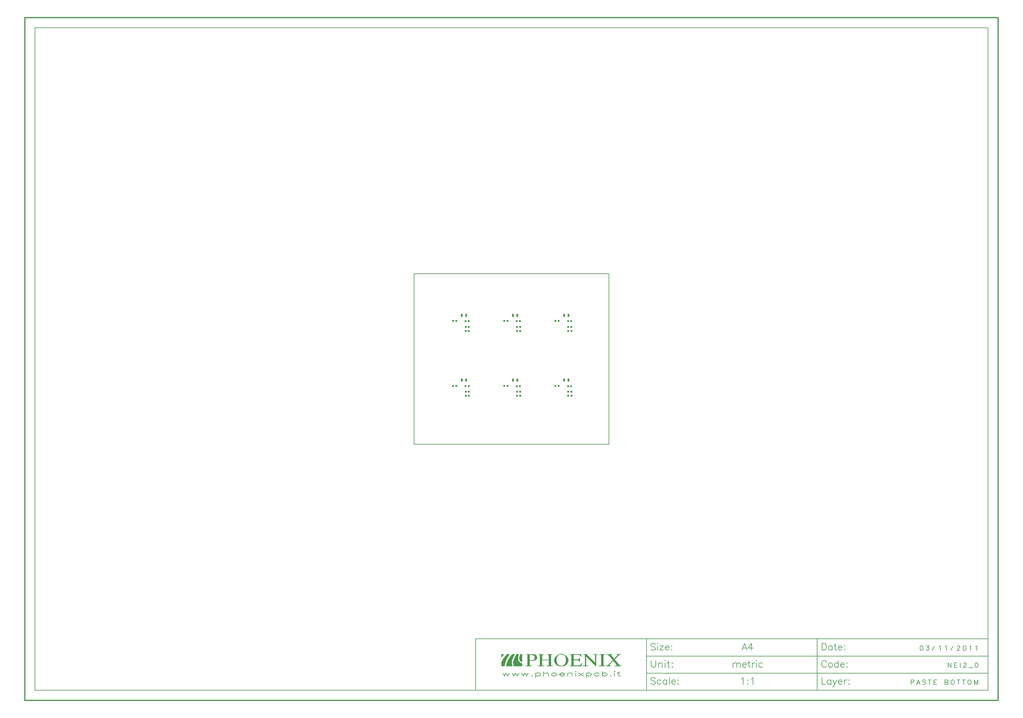
<source format=gbr>
G04 CAM350/DFMSTREAM V10.7 (Build 558) Date:  Tue Apr 17 16:00:18 2012 *
G04 Database: p:\archivio gerber\fondazione istituto italiano di tecnologia\nei2_0\untitled.cam *
G04 Layer 16: spb *
%FSLAX33Y33*%
%MOMM*%
%SFA1.000B1.000*%

%MIA0B0*%
%IPPOS*%
%ADD20R,0.54991X0.54991*%
%ADD21R,0.60960X0.88900*%
%ADD40C,0.20000*%
%ADD46C,0.12700*%
%ADD84C,0.20000*%
%ADD112C,0.30000*%
%LNspb*%
%LPD*%
G36*
X25520Y-62644D02*
G01Y-61414D01*
X26337*
X26338Y-61416*
X26280Y-61474*
Y-61491*
X26228Y-61543*
Y-61561*
X26176Y-61613*
Y-61631*
X26123Y-61683*
Y-61700*
X26071Y-61752*
Y-61770*
X26036Y-61805*
Y-61822*
X26001Y-61857*
Y-61875*
X25949Y-61927*
Y-61944*
X25932Y-61962*
Y-61979*
X25879Y-62031*
Y-62049*
X25844Y-62084*
Y-62101*
X25827Y-62119*
Y-62136*
X25810Y-62154*
Y-62171*
X25792Y-62188*
Y-62206*
X25757Y-62241*
Y-62258*
X25722Y-62293*
Y-62310*
X25705Y-62328*
Y-62345*
X25670Y-62380*
Y-62397*
X25653Y-62415*
Y-62432*
X25635Y-62450*
Y-62467*
X25618Y-62485*
Y-62502*
X25583Y-62537*
Y-62554*
X25566Y-62572*
Y-62589*
X25548Y-62607*
Y-62644*
X25520*
G37*
G36*
X30767Y-62764D02*
G01Y-62602D01*
X30785Y-62585*
Y-62445*
X30802Y-62428*
Y-62323*
X30820Y-62306*
Y-62236*
X30837Y-62219*
Y-62166*
X30854Y-62149*
Y-62114*
X30872Y-62097*
Y-62045*
X30889Y-62027*
Y-61992*
X30907Y-61975*
Y-61940*
X30924Y-61922*
Y-61888*
X30942Y-61870*
Y-61835*
X30959Y-61818*
Y-61783*
X30976Y-61766*
Y-61731*
X30994Y-61713*
Y-61696*
X31011Y-61679*
Y-61661*
X31029Y-61643*
Y-61591*
X31046Y-61574*
Y-61539*
X31064Y-61522*
Y-61469*
X31098Y-61434*
Y-61414*
X31597*
Y-63865*
X31569*
Y-63844*
X31554Y-63829*
X31502Y-63812*
X31484Y-63794*
X31414Y-63759*
X31397Y-63742*
X31362Y-63724*
X31345Y-63707*
X31310Y-63689*
X31292Y-63672*
X31257Y-63655*
X31223Y-63620*
X31188Y-63602*
X31135Y-63550*
X31101Y-63533*
X31011Y-63443*
Y-63426*
X30959Y-63374*
Y-63356*
X30924Y-63321*
Y-63304*
X30907Y-63287*
Y-63269*
X30889Y-63252*
Y-63234*
X30872Y-63217*
Y-63199*
X30854Y-63182*
Y-63147*
X30837Y-63130*
Y-63095*
X30820Y-63077*
Y-63043*
X30802Y-63025*
Y-62955*
X30785Y-62938*
Y-62781*
X30767Y-62764*
G37*
G36*
X54088Y-64963D02*
G01Y-64861D01*
X54236Y-64856*
X54364Y-64839*
X54472Y-64811*
X54561Y-64772*
X54630Y-64721*
X54679Y-64660*
X54709Y-64587*
X54719Y-64502*
Y-61865*
X54709Y-61783*
X54679Y-61713*
X54630Y-61653*
X54561Y-61604*
X54472Y-61566*
X54364Y-61538*
X54236Y-61522*
X54088Y-61517*
Y-61415*
X56006*
Y-61517*
X55858Y-61522*
X55730Y-61538*
X55621Y-61566*
X55533Y-61604*
X55463Y-61653*
X55415Y-61713*
X55385Y-61783*
X55375Y-61865*
Y-64502*
X55385Y-64587*
X55415Y-64660*
X55463Y-64721*
X55533Y-64772*
X55621Y-64811*
X55730Y-64839*
X55858Y-64856*
X56006Y-64861*
Y-64963*
X54088*
G37*
G36*
X25520D02*
G01Y-63857D01*
X25538Y-63840*
Y-63805*
X25555Y-63788*
Y-63770*
X25573Y-63753*
Y-63735*
X25590Y-63718*
Y-63701*
X25607Y-63683*
Y-63648*
X25625Y-63631*
Y-63613*
X25642Y-63596*
Y-63578*
X25660Y-63561*
Y-63526*
X25695Y-63491*
Y-63457*
X25712Y-63439*
Y-63421*
X25730Y-63404*
Y-63387*
X25747Y-63369*
Y-63352*
X25764Y-63334*
Y-63317*
X25782Y-63300*
Y-63282*
X25799Y-63265*
Y-63247*
X25817Y-63230*
Y-63212*
X25834Y-63195*
Y-63178*
X25852Y-63160*
Y-63143*
X25869Y-63125*
Y-63108*
X25886Y-63091*
Y-63073*
X25921Y-63038*
Y-63021*
X25939Y-63003*
Y-62986*
X25956Y-62968*
Y-62951*
X25973Y-62934*
Y-62916*
X26008Y-62881*
Y-62864*
X26043Y-62829*
Y-62812*
X26061Y-62794*
Y-62777*
X26096Y-62742*
Y-62724*
X26113Y-62707*
Y-62689*
X26148Y-62655*
Y-62637*
X26200Y-62585*
Y-62568*
X26252Y-62515*
Y-62498*
X26287Y-62463*
Y-62445*
X26375Y-62358*
Y-62341*
X26462Y-62254*
Y-62236*
X26549Y-62149*
Y-62132*
X26619Y-62062*
Y-62045*
X26671Y-61992*
Y-61975*
X26758Y-61888*
Y-61870*
X26862Y-61766*
Y-61747*
X26897Y-61730*
Y-61713*
X27176Y-61434*
Y-61414*
X28041*
Y-61439*
X27989Y-61491*
Y-61508*
X27849Y-61648*
Y-61683*
X27814Y-61718*
Y-61735*
X27795Y-61755*
X27762Y-61771*
Y-61805*
X27710Y-61857*
Y-61892*
X27692Y-61909*
Y-61927*
X27657Y-61962*
Y-61979*
X27623Y-62014*
Y-62031*
X27605Y-62049*
Y-62066*
X27570Y-62101*
Y-62119*
X27536Y-62154*
Y-62171*
X27518Y-62188*
Y-62206*
X27483Y-62241*
Y-62258*
X27466Y-62275*
Y-62293*
X27431Y-62328*
Y-62345*
X27413Y-62363*
Y-62380*
X27379Y-62415*
Y-62432*
X27344Y-62467*
Y-62485*
X27326Y-62502*
Y-62520*
X27309Y-62537*
Y-62572*
X27289Y-62591*
X27257Y-62608*
Y-62624*
X27239Y-62641*
Y-62659*
X27222Y-62676*
Y-62694*
X27204Y-62711*
Y-62729*
X27187Y-62746*
Y-62764*
X27169Y-62781*
Y-62798*
X27152Y-62816*
Y-62833*
X27134Y-62851*
Y-62868*
X27117Y-62886*
Y-62903*
X27100Y-62920*
Y-62938*
X27082Y-62955*
Y-62973*
X27065Y-62990*
Y-63007*
X27047Y-63025*
Y-63043*
X27030Y-63060*
Y-63095*
X27013Y-63112*
Y-63130*
X26995Y-63147*
Y-63164*
X26978Y-63182*
Y-63217*
X26960Y-63234*
Y-63252*
X26943Y-63269*
Y-63287*
X26925Y-63304*
Y-63339*
X26908Y-63356*
Y-63374*
X26890Y-63391*
Y-63426*
X26873Y-63443*
Y-63461*
X26856Y-63478*
Y-63513*
X26838Y-63530*
Y-63548*
X26821Y-63565*
Y-63600*
X26803Y-63618*
Y-63653*
X26786Y-63670*
Y-63705*
X26768Y-63722*
Y-63740*
X26751Y-63757*
Y-63809*
X26734Y-63827*
Y-63844*
X26716Y-63862*
Y-63949*
X26699Y-63966*
Y-64002*
X26664Y-64020*
Y-64036*
X26646Y-64053*
Y-64106*
X26629Y-64123*
Y-64193*
X26611Y-64210*
Y-64280*
X26594Y-64298*
Y-64367*
X26577Y-64385*
Y-64454*
X26559Y-64472*
Y-64559*
X26542Y-64576*
Y-64646*
X26524Y-64664*
Y-64768*
X26507Y-64786*
Y-64855*
X26490Y-64873*
Y-64963*
X25520*
G37*
G36*
X28954Y-64158D02*
G01Y-63927D01*
X28972Y-63910*
Y-63753*
X28989Y-63735*
Y-63648*
X29007Y-63631*
Y-63561*
X29024Y-63544*
Y-63491*
X29042Y-63474*
Y-63421*
X29059Y-63404*
Y-63369*
X29076Y-63352*
Y-63300*
X29094Y-63282*
Y-63247*
X29111Y-63230*
Y-63195*
X29129Y-63178*
Y-63143*
X29146Y-63125*
Y-63108*
X29164Y-63091*
Y-63055*
X29181Y-63038*
Y-63003*
X29198Y-62986*
Y-62951*
X29216Y-62934*
Y-62916*
X29233Y-62899*
Y-62881*
X29251Y-62864*
Y-62829*
X29268Y-62812*
Y-62777*
X29286Y-62759*
Y-62742*
X29303Y-62724*
Y-62689*
X29320Y-62672*
Y-62637*
X29338Y-62620*
Y-62602*
X29355Y-62585*
Y-62568*
X29373Y-62550*
Y-62515*
X29390Y-62498*
Y-62463*
X29408Y-62445*
Y-62428*
X29425Y-62411*
Y-62358*
X29460Y-62323*
Y-62289*
X29477Y-62271*
Y-62254*
X29495Y-62236*
Y-62219*
X29512Y-62202*
Y-62184*
X29530Y-62166*
Y-62132*
X29547Y-62114*
Y-62097*
X29582Y-62062*
Y-62027*
X29599Y-62010*
Y-61992*
X29634Y-61957*
Y-61940*
X29652Y-61922*
Y-61905*
X29669Y-61888*
Y-61870*
X29704Y-61835*
Y-61818*
X29791Y-61731*
Y-61713*
X29809Y-61696*
Y-61679*
X29826Y-61661*
Y-61643*
X29843Y-61626*
Y-61609*
X29878Y-61574*
Y-61556*
X29896Y-61539*
Y-61522*
X29931Y-61487*
Y-61469*
X29948Y-61452*
Y-61414*
X30729*
X30730Y-61416*
X30708Y-61439*
Y-61456*
X30690Y-61474*
Y-61508*
X30673Y-61526*
Y-61543*
X30656Y-61561*
Y-61596*
X30638Y-61613*
Y-61631*
X30621Y-61648*
Y-61683*
X30603Y-61700*
Y-61718*
X30586Y-61735*
Y-61770*
X30569Y-61787*
Y-61822*
X30551Y-61840*
Y-61875*
X30534Y-61892*
Y-61927*
X30516Y-61944*
Y-61979*
X30499Y-61997*
Y-62066*
X30481Y-62084*
Y-62119*
X30464Y-62136*
Y-62206*
X30447Y-62223*
Y-62310*
X30429Y-62328*
Y-62432*
X30412Y-62450*
Y-62829*
X30429Y-62846*
Y-62916*
X30447Y-62934*
Y-63021*
X30464Y-63038*
Y-63073*
X30499Y-63108*
Y-63160*
X30516Y-63178*
Y-63212*
X30534Y-63230*
Y-63265*
X30551Y-63282*
Y-63300*
X30569Y-63317*
Y-63334*
X30586Y-63352*
Y-63369*
X30621Y-63404*
Y-63421*
X30656Y-63457*
Y-63474*
X30726Y-63544*
Y-63561*
X30743Y-63578*
Y-63596*
X30845Y-63698*
X30880Y-63716*
X30900Y-63735*
Y-63753*
X30915Y-63768*
X30950Y-63785*
X30985Y-63821*
X31020Y-63838*
X31144Y-63962*
Y-63977*
X31227Y-63994*
X31299Y-64030*
X31316Y-64047*
X31454Y-64116*
X31507Y-64134*
X31541Y-64151*
X31597Y-64170*
Y-64963*
X29181*
Y-64925*
X29164Y-64908*
Y-64890*
X29146Y-64873*
Y-64855*
X29129Y-64838*
Y-64803*
X29111Y-64786*
Y-64751*
X29094Y-64733*
Y-64716*
X29076Y-64699*
Y-64664*
X29059Y-64646*
Y-64611*
X29042Y-64594*
Y-64542*
X29024Y-64524*
Y-64489*
X29007Y-64472*
Y-64419*
X28989Y-64402*
Y-64315*
X28972Y-64298*
Y-64176*
X28954Y-64158*
G37*
G36*
X26897Y-64963D02*
G01Y-64903D01*
X26915Y-64886*
Y-64816*
X26932Y-64799*
Y-64729*
X26950Y-64712*
Y-64642*
X26967Y-64624*
Y-64572*
X26985Y-64555*
Y-64485*
X27002Y-64467*
Y-64415*
X27019Y-64398*
Y-64363*
X27037Y-64346*
Y-64311*
X27054Y-64293*
Y-64241*
X27072Y-64223*
Y-64171*
X27089Y-64154*
Y-64136*
X27107Y-64119*
Y-64067*
X27124Y-64049*
Y-64014*
X27142Y-63997*
Y-63962*
X27159Y-63944*
Y-63927*
X27176Y-63910*
Y-63875*
X27194Y-63857*
Y-63823*
X27211Y-63805*
Y-63788*
X27229Y-63770*
Y-63735*
X27246Y-63718*
Y-63683*
X27264Y-63666*
Y-63648*
X27281Y-63631*
Y-63613*
X27298Y-63596*
Y-63561*
X27316Y-63544*
Y-63526*
X27333Y-63509*
Y-63474*
X27351Y-63457*
Y-63439*
X27368Y-63421*
Y-63404*
X27385Y-63387*
Y-63369*
X27403Y-63352*
Y-63334*
X27420Y-63317*
Y-63300*
X27438Y-63282*
Y-63265*
X27455Y-63247*
Y-63230*
X27473Y-63212*
Y-63195*
X27490Y-63178*
Y-63160*
X27508Y-63143*
Y-63125*
X27525Y-63108*
Y-63091*
X27542Y-63073*
Y-63055*
X27560Y-63038*
Y-63021*
X27577Y-63003*
Y-62986*
X27595Y-62968*
Y-62951*
X27612Y-62934*
Y-62916*
X27647Y-62881*
Y-62864*
X27664Y-62846*
Y-62829*
X27699Y-62794*
Y-62777*
X27717Y-62759*
Y-62742*
X27734Y-62724*
Y-62707*
X27769Y-62672*
Y-62655*
X27786Y-62637*
Y-62620*
X27821Y-62585*
Y-62568*
X27839Y-62550*
Y-62533*
X27874Y-62498*
Y-62480*
X27908Y-62445*
Y-62428*
X27943Y-62393*
Y-62376*
X27978Y-62341*
Y-62323*
X28013Y-62289*
Y-62271*
X28048Y-62236*
Y-62219*
X28083Y-62184*
Y-62166*
X28135Y-62114*
Y-62097*
X28187Y-62045*
Y-62027*
X28240Y-61975*
Y-61957*
X28292Y-61905*
Y-61888*
X28362Y-61818*
Y-61800*
X28397Y-61766*
Y-61731*
X28416Y-61711*
X28451Y-61694*
X28501Y-61643*
Y-61626*
X28553Y-61574*
Y-61556*
X28625Y-61484*
X28658Y-61468*
Y-61452*
X28696Y-61414*
X29579*
X29580Y-61416*
X29558Y-61439*
Y-61457*
X29523Y-61475*
Y-61491*
X29453Y-61561*
Y-61578*
X29401Y-61631*
Y-61648*
X29366Y-61683*
Y-61700*
X29348Y-61718*
Y-61735*
X29314Y-61770*
Y-61787*
X29296Y-61805*
Y-61822*
X29261Y-61857*
Y-61875*
X29226Y-61909*
Y-61927*
X29209Y-61944*
Y-61962*
X29191Y-61979*
Y-61997*
X29157Y-62031*
Y-62066*
X29122Y-62101*
Y-62119*
X29104Y-62136*
Y-62154*
X29087Y-62171*
Y-62188*
X29069Y-62206*
Y-62223*
X29052Y-62241*
Y-62275*
X29035Y-62293*
Y-62310*
X29017Y-62328*
Y-62345*
X29000Y-62363*
Y-62380*
X28982Y-62397*
Y-62415*
X28965Y-62432*
Y-62467*
X28947Y-62485*
Y-62502*
X28930Y-62520*
Y-62554*
X28912Y-62572*
Y-62589*
X28895Y-62607*
Y-62641*
X28878Y-62659*
Y-62676*
X28860Y-62694*
Y-62729*
X28843Y-62746*
Y-62781*
X28825Y-62798*
Y-62833*
X28808Y-62851*
Y-62886*
X28791Y-62903*
Y-62938*
X28773Y-62955*
Y-62990*
X28756Y-63007*
Y-63043*
X28738Y-63060*
Y-63077*
X28721Y-63095*
Y-63112*
X28705Y-63127*
X28721Y-63143*
Y-63164*
X28703Y-63182*
Y-63234*
X28686Y-63252*
Y-63287*
X28668Y-63304*
Y-63339*
X28651Y-63356*
Y-63409*
X28634Y-63426*
Y-63478*
X28616Y-63496*
Y-63600*
X28599Y-63618*
Y-64136*
X28616Y-64154*
Y-64241*
X28634Y-64258*
Y-64346*
X28651Y-64363*
Y-64415*
X28668Y-64433*
Y-64467*
X28686Y-64485*
Y-64537*
X28703Y-64555*
Y-64572*
X28721Y-64590*
Y-64624*
X28738Y-64642*
Y-64677*
X28756Y-64694*
Y-64729*
X28773Y-64746*
Y-64764*
X28791Y-64781*
Y-64799*
X28808Y-64816*
Y-64834*
X28825Y-64851*
Y-64886*
X28860Y-64921*
Y-64963*
X26897*
G37*
G36*
X32598D02*
G01Y-64861D01*
X32731Y-64856*
X32846Y-64839*
X32943Y-64811*
X33023Y-64772*
X33085Y-64721*
X33129Y-64660*
X33156Y-64587*
X33165Y-64502*
Y-61865*
X33158Y-61783*
X33137Y-61712*
X33103Y-61654*
X33055Y-61608*
X32978Y-61568*
X32876Y-61540*
X32750Y-61522*
X32598Y-61517*
Y-61415*
X34329*
X34518Y-61418*
X34697Y-61430*
X34864Y-61448*
X35021Y-61474*
X35166Y-61507*
X35301Y-61548*
X35425Y-61595*
X35539Y-61651*
X35650Y-61719*
X35747Y-61795*
X35828Y-61879*
X35896Y-61971*
X35947Y-62071*
X35985Y-62178*
X36007Y-62294*
X36015Y-62417*
X36006Y-62542*
X35980Y-62660*
X35935Y-62770*
X35873Y-62873*
X35794Y-62969*
X35697Y-63056*
X35581Y-63137*
X35449Y-63210*
X35329Y-63264*
X35204Y-63310*
X35074Y-63347*
X34939Y-63376*
X34798Y-63398*
X34654Y-63412*
X34503Y-63417*
X34349Y-63414*
X33821Y-63393*
Y-64529*
X33830Y-64607*
X33857Y-64675*
X33902Y-64732*
X33966Y-64778*
X34047Y-64815*
X34147Y-64841*
X34264Y-64856*
X34400Y-64861*
Y-64963*
X32598*
G37*
G36*
X45473D02*
G01Y-64861D01*
X45606Y-64856*
X45721Y-64839*
X45818Y-64811*
X45898Y-64772*
X45960Y-64721*
X46004Y-64660*
X46031Y-64587*
X46040Y-64502*
Y-61865*
X46033Y-61783*
X46012Y-61712*
X45978Y-61654*
X45930Y-61608*
X45853Y-61568*
X45751Y-61540*
X45625Y-61522*
X45473Y-61517*
Y-61415*
X48890*
Y-62181*
X48755*
X48707Y-62075*
X48641Y-61974*
X48557Y-61882*
X48462Y-61800*
X48353Y-61732*
X48238Y-61679*
X48118Y-61646*
X47996Y-61634*
X47037*
X46957Y-61638*
X46887Y-61649*
X46829Y-61667*
X46781Y-61691*
X46744Y-61723*
X46717Y-61761*
X46701Y-61807*
X46696Y-61860*
Y-62996*
X47687*
X47854Y-62988*
X47999Y-62964*
X48121Y-62924*
X48222Y-62867*
X48300Y-62795*
X48356Y-62706*
X48390Y-62602*
X48401Y-62481*
X48536*
Y-63736*
X48401*
X48386Y-63607*
X48368Y-63550*
X48343Y-63496*
X48310Y-63447*
X48270Y-63401*
X48224Y-63360*
X48169Y-63323*
X48069Y-63276*
X47955Y-63242*
X47828Y-63223*
X47687Y-63216*
X46696*
Y-64529*
X46702Y-64600*
X46720Y-64655*
X46750Y-64696*
X46793Y-64722*
X46870Y-64738*
X47011Y-64743*
X48002*
X48186Y-64731*
X48274Y-64715*
X48361Y-64692*
X48443Y-64664*
X48524Y-64629*
X48678Y-64540*
X48805Y-64437*
X48909Y-64322*
X48991Y-64196*
X49051Y-64057*
X49238*
X48948Y-64963*
X45473*
G37*
G36*
X40963Y-63189D02*
G01X40976Y-63034D01*
X41015Y-62876*
X41076Y-62717*
X41160Y-62557*
X41262Y-62400*
X41382Y-62247*
X41516Y-62099*
X41665Y-61959*
X41823Y-61830*
X41991Y-61711*
X42164Y-61605*
X42344Y-61514*
X42525Y-61441*
X42708Y-61386*
X42889Y-61352*
X43067Y-61340*
X43248Y-61352*
X43432Y-61386*
X43617Y-61440*
X43801Y-61513*
X43980Y-61604*
X44155Y-61709*
X44322Y-61827*
X44481Y-61957*
X44627Y-62097*
X44762Y-62244*
X44880Y-62398*
X44982Y-62554*
X45064Y-62714*
X45126Y-62875*
X45164Y-63033*
X45178Y-63189*
X45168Y-63381*
X45142Y-63564*
X45098Y-63740*
X45036Y-63907*
X44956Y-64067*
X44859Y-64218*
X44744Y-64362*
X44611Y-64497*
X44458Y-64624*
X44295Y-64734*
X44121Y-64827*
X43937Y-64903*
X43743Y-64962*
X43538Y-65004*
X43323Y-65029*
X43099Y-65038*
X42866Y-65029*
X42644Y-65004*
X42433Y-64962*
X42234Y-64903*
X42044Y-64827*
X41866Y-64734*
X41698Y-64624*
X41542Y-64497*
X41406Y-64362*
X41289Y-64218*
X41189Y-64067*
X41108Y-63907*
X41044Y-63740*
X40999Y-63564*
X40972Y-63381*
X40963Y-63189*
G37*
G36*
X36233Y-64963D02*
G01Y-64861D01*
X36366Y-64856*
X36481Y-64839*
X36578Y-64811*
X36658Y-64772*
X36720Y-64721*
X36764Y-64660*
X36790Y-64587*
X36799Y-64502*
Y-61865*
X36790Y-61783*
X36764Y-61713*
X36720Y-61653*
X36658Y-61604*
X36578Y-61566*
X36481Y-61538*
X36366Y-61522*
X36233Y-61517*
Y-61415*
X38022*
Y-61517*
X37889Y-61522*
X37774Y-61538*
X37676Y-61566*
X37597Y-61604*
X37535Y-61653*
X37491Y-61713*
X37464Y-61783*
X37456Y-61865*
Y-63039*
X39405*
Y-61865*
X39396Y-61783*
X39370Y-61713*
X39325Y-61653*
X39264Y-61604*
X39184Y-61566*
X39087Y-61538*
X38972Y-61522*
X38839Y-61517*
Y-61415*
X40628*
Y-61517*
X40495Y-61522*
X40380Y-61538*
X40282Y-61566*
X40203Y-61604*
X40141Y-61653*
X40097Y-61713*
X40070Y-61783*
X40062Y-61865*
Y-64502*
X40070Y-64587*
X40097Y-64660*
X40141Y-64721*
X40203Y-64772*
X40282Y-64811*
X40380Y-64839*
X40495Y-64856*
X40628Y-64861*
Y-64963*
X38839*
Y-64861*
X38972Y-64856*
X39087Y-64839*
X39184Y-64811*
X39264Y-64772*
X39325Y-64721*
X39370Y-64660*
X39396Y-64587*
X39405Y-64502*
Y-63259*
X37456*
Y-64502*
X37464Y-64587*
X37491Y-64660*
X37535Y-64721*
X37597Y-64772*
X37676Y-64811*
X37774Y-64839*
X37889Y-64856*
X38022Y-64861*
Y-64963*
X36233*
G37*
G36*
X56193Y-64861D02*
G01X56278Y-64856D01*
X56364Y-64839*
X56450Y-64810*
X56537Y-64770*
X56624Y-64719*
X56712Y-64656*
X56799Y-64582*
X56888Y-64497*
X58132Y-63215*
X57151Y-62016*
X57047Y-61899*
X56941Y-61798*
X56833Y-61712*
X56725Y-61641*
X56613Y-61587*
X56501Y-61548*
X56386Y-61525*
X56270Y-61517*
Y-61415*
X58207*
Y-61517*
X57993Y-61527*
X57910Y-61539*
X57842Y-61556*
X57789Y-61578*
X57751Y-61604*
X57730Y-61636*
X57724Y-61672*
X57750Y-61752*
X57811Y-61874*
X57937Y-62079*
X58548Y-62798*
X59422Y-61902*
X59473Y-61845*
X59508Y-61789*
X59527Y-61735*
X59532Y-61683*
X59522Y-61644*
X59499Y-61610*
X59462Y-61582*
X59413Y-61558*
X59350Y-61541*
X59274Y-61527*
X59082Y-61517*
Y-61415*
X60607*
Y-61517*
X60494Y-61522*
X60384Y-61540*
X60277Y-61570*
X60173Y-61611*
X60071Y-61664*
X59972Y-61728*
X59876Y-61805*
X59783Y-61892*
X58702Y-62991*
X59918Y-64433*
X60008Y-64534*
X60099Y-64620*
X60190Y-64694*
X60283Y-64754*
X60375Y-64802*
X60469Y-64835*
X60563Y-64855*
X60658Y-64861*
Y-64963*
X58747*
Y-64861*
X58964Y-64852*
X59049Y-64840*
X59119Y-64823*
X59173Y-64801*
X59211Y-64774*
X59235Y-64743*
X59243Y-64706*
X59234Y-64640*
X59207Y-64567*
X59162Y-64490*
X59100Y-64407*
X58304Y-63425*
X57364Y-64395*
X57297Y-64471*
X57248Y-64539*
X57219Y-64598*
X57210Y-64647*
X57218Y-64698*
X57241Y-64741*
X57279Y-64778*
X57332Y-64808*
X57398Y-64832*
X57479Y-64848*
X57575Y-64858*
X57686Y-64861*
Y-64963*
X56193*
Y-64861*
G37*
G36*
X49405Y-64963D02*
G01Y-64861D01*
X49551Y-64855*
X49678Y-64838*
X49784Y-64808*
X49873Y-64766*
X49940Y-64713*
X49990Y-64647*
X50019Y-64570*
X50029Y-64481*
Y-61817*
X49898Y-61685*
X49830Y-61624*
X49742Y-61577*
X49643Y-61543*
X49530Y-61523*
X49405Y-61517*
Y-61415*
X50512*
X52982Y-63993*
Y-61849*
X52972Y-61771*
X52943Y-61704*
X52894Y-61647*
X52826Y-61600*
X52738Y-61564*
X52631Y-61537*
X52504Y-61522*
X52358Y-61517*
Y-61415*
X53890*
Y-61517*
X53743Y-61522*
X53616Y-61539*
X53509Y-61567*
X53421Y-61607*
X53352Y-61657*
X53304Y-61719*
X53275Y-61792*
X53265Y-61876*
Y-65038*
X53177Y-65036*
X50312Y-62090*
Y-64529*
X50322Y-64607*
X50351Y-64675*
X50399Y-64732*
X50468Y-64778*
X50555Y-64815*
X50663Y-64841*
X50790Y-64856*
X50936Y-64861*
Y-64963*
X49405*
G37*
%LPC*%
G36*
X34130Y-63210D02*
G01X34310Y-63216D01*
X34537Y-63203*
X34639Y-63188*
X34735Y-63166*
X34821Y-63138*
X34901Y-63104*
X34973Y-63063*
X35038Y-63016*
X35095Y-62964*
X35144Y-62904*
X35186Y-62839*
X35220Y-62767*
X35247Y-62689*
X35266Y-62605*
X35278Y-62515*
X35282Y-62417*
X35276Y-62320*
X35262Y-62229*
X35238Y-62144*
X35206Y-62065*
X35163Y-61994*
X35112Y-61928*
X35051Y-61868*
X34980Y-61814*
X34900Y-61767*
X34811Y-61727*
X34711Y-61692*
X34604Y-61663*
X34486Y-61642*
X34359Y-61626*
X34223Y-61616*
X34078Y-61613*
X33956Y-61620*
X33914Y-61629*
X33885Y-61640*
X33857Y-61669*
X33837Y-61711*
X33825Y-61768*
X33821Y-61838*
Y-63189*
X34130Y-63210*
G37*
G36*
X41702Y-63374D02*
G01X41718Y-63540D01*
X41745Y-63699*
X41783Y-63848*
X41832Y-63991*
X41892Y-64125*
X41962Y-64251*
X42044Y-64368*
X42138Y-64481*
X42240Y-64577*
X42351Y-64660*
X42470Y-64726*
X42597Y-64779*
X42732Y-64816*
X42876Y-64838*
X43028Y-64845*
X43197Y-64837*
X43357Y-64813*
X43506Y-64773*
X43646Y-64715*
X43776Y-64642*
X43897Y-64553*
X44008Y-64447*
X44109Y-64325*
X44187Y-64208*
X44255Y-64084*
X44313Y-63954*
X44360Y-63816*
X44396Y-63672*
X44423Y-63522*
X44438Y-63364*
X44444Y-63200*
X44439Y-63029*
X44425Y-62865*
X44401Y-62709*
X44368Y-62561*
X44325Y-62421*
X44273Y-62288*
X44212Y-62164*
X44142Y-62047*
X44048Y-61927*
X43945Y-61822*
X43832Y-61734*
X43710Y-61661*
X43578Y-61605*
X43436Y-61565*
X43285Y-61541*
X43125Y-61533*
X42944Y-61541*
X42776Y-61563*
X42619Y-61602*
X42475Y-61655*
X42343Y-61724*
X42222Y-61808*
X42114Y-61907*
X42018Y-62020*
X41942Y-62133*
X41877Y-62255*
X41822Y-62388*
X41777Y-62530*
X41741Y-62682*
X41716Y-62845*
X41701Y-63017*
X41697Y-63200*
X41702Y-63374*
G37*
%LPD*%
G54D20*
X12300Y36150D03*
X11400D03*
G54D21*
X15160Y37800D03*
X13941D03*
G54D20*
X15050Y36050D03*
X15950D03*
X15100Y34400D03*
X16000D03*
X15100Y33250D03*
X16000D03*
X27300Y36150D03*
X26400D03*
G54D21*
X30160Y37800D03*
X28941D03*
G54D20*
X30050Y36050D03*
X30950D03*
X30100Y34400D03*
X31000D03*
X30100Y33250D03*
X31000D03*
X42300Y36150D03*
X41400D03*
G54D21*
X45160Y37800D03*
X43940D03*
G54D20*
X45050Y36050D03*
X45950D03*
X45100Y34400D03*
X46000D03*
X45100Y33250D03*
X46000D03*
X12300Y17150D03*
X11400D03*
G54D21*
X15160Y18800D03*
X13941D03*
G54D20*
X15050Y17050D03*
X15950D03*
X15100Y15400D03*
X16000D03*
X15100Y14250D03*
X16000D03*
X27300Y17150D03*
X26400D03*
G54D21*
X30160Y18800D03*
X28941D03*
G54D20*
X30050Y17050D03*
X30950D03*
X30100Y15400D03*
X31000D03*
X30100Y14250D03*
X31000D03*
X42300Y17150D03*
X41400D03*
G54D21*
X45160Y18800D03*
X43940D03*
G54D20*
X45050Y17050D03*
X45950D03*
X45100Y15400D03*
X46000D03*
X45100Y14250D03*
X46000D03*
G54D40*
X0Y50000D02*
G01Y0D01*
X57000*
Y50000*
X0*
G54D84*
X18000Y-57000D02*
G01X68000D01*
Y-72000*
X18000*
Y-57000*
X68000D02*
G01X118000D01*
Y-62000*
X68000*
Y-57000*
X118000Y-62000D02*
G01X68000D01*
Y-67000*
X118000*
Y-62000*
X68000Y-67000D02*
G01X118000D01*
Y-72000*
X68000*
Y-67000*
X118000Y-57000D02*
G01X168000D01*
Y-62000*
X118000*
Y-57000*
X168000Y-62000D02*
G01X118000D01*
Y-67000*
X168000*
Y-62000*
X118000Y-67000D02*
G01X168000D01*
Y-72000*
X118000*
Y-67000*
X25925Y-66975D02*
G01X26425Y-67850D01*
X26925Y-66975D02*
G01X26425Y-67850D01*
X26925Y-66975D02*
G01X27425Y-67850D01*
X27925Y-66975D02*
G01X27425Y-67850D01*
X28675Y-66975D02*
G01X29175Y-67850D01*
X29675Y-66975D02*
G01X29175Y-67850D01*
X29675Y-66975D02*
G01X30175Y-67850D01*
X30675Y-66975D02*
G01X30175Y-67850D01*
X31425Y-66975D02*
G01X31925Y-67850D01*
X32425Y-66975D02*
G01X31925Y-67850D01*
X32425Y-66975D02*
G01X32925Y-67850D01*
X33425Y-66975D02*
G01X32925Y-67850D01*
X34425Y-67725D02*
G01X34300Y-67787D01*
X34425Y-67850*
X34550Y-67787*
X34425Y-67725*
X35550Y-66975D02*
G01Y-68287D01*
Y-67162D02*
G01X35800Y-67037D01*
X36050Y-66975*
X36425*
X36675Y-67037*
X36925Y-67162*
X37050Y-67350*
Y-67475*
X36925Y-67662*
X36675Y-67787*
X36425Y-67850*
X36050*
X35800Y-67787*
X35550Y-67662*
X37925Y-66537D02*
G01Y-67850D01*
Y-67225D02*
G01X38300Y-67037D01*
X38550Y-66975*
X38925*
X39175Y-67037*
X39300Y-67225*
Y-67850*
X40800Y-66975D02*
G01X40550Y-67037D01*
X40300Y-67162*
X40175Y-67350*
Y-67475*
X40300Y-67662*
X40550Y-67787*
X40800Y-67850*
X41175*
X41425Y-67787*
X41675Y-67662*
X41800Y-67475*
Y-67350*
X41675Y-67162*
X41425Y-67037*
X41175Y-66975*
X40800*
X42550Y-67350D02*
G01X44050D01*
Y-67225*
X43925Y-67100*
X43800Y-67037*
X43550Y-66975*
X43175*
X42925Y-67037*
X42675Y-67162*
X42550Y-67350*
Y-67475*
X42675Y-67662*
X42925Y-67787*
X43175Y-67850*
X43550*
X43800Y-67787*
X44050Y-67662*
X44925Y-66975D02*
G01Y-67850D01*
Y-67225D02*
G01X45300Y-67037D01*
X45550Y-66975*
X45925*
X46175Y-67037*
X46300Y-67225*
Y-67850*
X47175Y-66537D02*
G01X47300Y-66600D01*
X47425Y-66537*
X47300Y-66475*
X47175Y-66537*
X47300Y-66975D02*
G01Y-67850D01*
X48175Y-66975D02*
G01X49550Y-67850D01*
Y-66975D02*
G01X48175Y-67850D01*
X50425Y-66975D02*
G01Y-68287D01*
Y-67162D02*
G01X50675Y-67037D01*
X50925Y-66975*
X51300*
X51550Y-67037*
X51800Y-67162*
X51925Y-67350*
Y-67475*
X51800Y-67662*
X51550Y-67787*
X51300Y-67850*
X50925*
X50675Y-67787*
X50425Y-67662*
X54175Y-67162D02*
G01X53925Y-67037D01*
X53675Y-66975*
X53300*
X53050Y-67037*
X52800Y-67162*
X52675Y-67350*
Y-67475*
X52800Y-67662*
X53050Y-67787*
X53300Y-67850*
X53675*
X53925Y-67787*
X54175Y-67662*
X55050Y-66537D02*
G01Y-67850D01*
Y-67162D02*
G01X55300Y-67037D01*
X55550Y-66975*
X55925*
X56175Y-67037*
X56425Y-67162*
X56550Y-67350*
Y-67475*
X56425Y-67662*
X56175Y-67787*
X55925Y-67850*
X55550*
X55300Y-67787*
X55050Y-67662*
X57550Y-67725D02*
G01X57425Y-67787D01*
X57550Y-67850*
X57675Y-67787*
X57550Y-67725*
X58550Y-66537D02*
G01X58675Y-66600D01*
X58800Y-66537*
X58675Y-66475*
X58550Y-66537*
X58675Y-66975D02*
G01Y-67850D01*
X59800Y-66537D02*
G01Y-67600D01*
X59925Y-67787*
X60175Y-67850*
X60425*
X59425Y-66975D02*
G01X60300D01*
X70614Y-58612D02*
G01X70426Y-58425D01*
X70145Y-58331*
X69770*
X69489Y-58425*
X69301Y-58612*
Y-58800*
X69395Y-58987*
X69489Y-59081*
X69676Y-59175*
X70239Y-59362*
X70426Y-59456*
X70520Y-59550*
X70614Y-59737*
Y-60019*
X70426Y-60206*
X70145Y-60300*
X69770*
X69489Y-60206*
X69301Y-60019*
X71176Y-58331D02*
G01X71270Y-58425D01*
X71364Y-58331*
X71270Y-58237*
X71176Y-58331*
X71270Y-58987D02*
G01Y-60300D01*
X72958Y-58987D02*
G01X71926Y-60300D01*
Y-58987D02*
G01X72958D01*
X71926Y-60300D02*
G01X72958D01*
X73520Y-59550D02*
G01X74645D01*
Y-59362*
X74551Y-59175*
X74458Y-59081*
X74270Y-58987*
X73989*
X73801Y-59081*
X73614Y-59269*
X73520Y-59550*
Y-59737*
X73614Y-60019*
X73801Y-60206*
X73989Y-60300*
X74270*
X74458Y-60206*
X74645Y-60019*
X75395Y-58987D02*
G01X75301Y-59081D01*
X75395Y-59175*
X75489Y-59081*
X75395Y-58987*
Y-60112D02*
G01X75301Y-60206D01*
X75395Y-60300*
X75489Y-60206*
X75395Y-60112*
X69395Y-63331D02*
G01Y-64737D01*
X69489Y-65019*
X69676Y-65206*
X69958Y-65300*
X70145*
X70426Y-65206*
X70614Y-65019*
X70708Y-64737*
Y-63331*
X71558Y-63987D02*
G01Y-65300D01*
Y-64362D02*
G01X71839Y-64081D01*
X72026Y-63987*
X72308*
X72495Y-64081*
X72589Y-64362*
Y-65300*
X73345Y-63331D02*
G01X73439Y-63425D01*
X73533Y-63331*
X73439Y-63237*
X73345Y-63331*
X73439Y-63987D02*
G01Y-65300D01*
X74383Y-63331D02*
G01Y-64925D01*
X74476Y-65206*
X74664Y-65300*
X74851*
X74101Y-63987D02*
G01X74758D01*
X75608D02*
G01X75514Y-64081D01*
X75608Y-64175*
X75701Y-64081*
X75608Y-63987*
Y-65112D02*
G01X75514Y-65206D01*
X75608Y-65300*
X75701Y-65206*
X75608Y-65112*
X70614Y-68612D02*
G01X70426Y-68425D01*
X70145Y-68331*
X69770*
X69489Y-68425*
X69301Y-68612*
Y-68800*
X69395Y-68987*
X69489Y-69081*
X69676Y-69175*
X70239Y-69362*
X70426Y-69456*
X70520Y-69550*
X70614Y-69737*
Y-70019*
X70426Y-70206*
X70145Y-70300*
X69770*
X69489Y-70206*
X69301Y-70019*
X72301Y-69269D02*
G01X72114Y-69081D01*
X71926Y-68987*
X71645*
X71458Y-69081*
X71270Y-69269*
X71176Y-69550*
Y-69737*
X71270Y-70019*
X71458Y-70206*
X71645Y-70300*
X71926*
X72114Y-70206*
X72301Y-70019*
X73989Y-68987D02*
G01Y-70300D01*
Y-69269D02*
G01X73801Y-69081D01*
X73614Y-68987*
X73333*
X73145Y-69081*
X72958Y-69269*
X72864Y-69550*
Y-69737*
X72958Y-70019*
X73145Y-70206*
X73333Y-70300*
X73614*
X73801Y-70206*
X73989Y-70019*
X74739Y-68331D02*
G01Y-70300D01*
X75395Y-69550D02*
G01X76520D01*
Y-69362*
X76426Y-69175*
X76333Y-69081*
X76145Y-68987*
X75864*
X75676Y-69081*
X75489Y-69269*
X75395Y-69550*
Y-69737*
X75489Y-70019*
X75676Y-70206*
X75864Y-70300*
X76145*
X76333Y-70206*
X76520Y-70019*
X77270Y-68987D02*
G01X77176Y-69081D01*
X77270Y-69175*
X77364Y-69081*
X77270Y-68987*
Y-70112D02*
G01X77176Y-70206D01*
X77270Y-70300*
X77364Y-70206*
X77270Y-70112*
X119395Y-58331D02*
G01Y-60300D01*
Y-58331D02*
G01X120051D01*
X120333Y-58425*
X120520Y-58612*
X120614Y-58800*
X120708Y-59081*
Y-59550*
X120614Y-59831*
X120520Y-60019*
X120333Y-60206*
X120051Y-60300*
X119395*
X122395Y-58987D02*
G01Y-60300D01*
Y-59269D02*
G01X122208Y-59081D01*
X122020Y-58987*
X121739*
X121551Y-59081*
X121364Y-59269*
X121270Y-59550*
Y-59737*
X121364Y-60019*
X121551Y-60206*
X121739Y-60300*
X122020*
X122208Y-60206*
X122395Y-60019*
X123239Y-58331D02*
G01Y-59925D01*
X123333Y-60206*
X123520Y-60300*
X123708*
X122958Y-58987D02*
G01X123614D01*
X124176Y-59550D02*
G01X125301D01*
Y-59362*
X125208Y-59175*
X125114Y-59081*
X124926Y-58987*
X124645*
X124458Y-59081*
X124270Y-59269*
X124176Y-59550*
Y-59737*
X124270Y-60019*
X124458Y-60206*
X124645Y-60300*
X124926*
X125114Y-60206*
X125301Y-60019*
X126051Y-58987D02*
G01X125958Y-59081D01*
X126051Y-59175*
X126145Y-59081*
X126051Y-58987*
Y-60112D02*
G01X125958Y-60206D01*
X126051Y-60300*
X126145Y-60206*
X126051Y-60112*
X120708Y-63800D02*
G01X120614Y-63612D01*
X120426Y-63425*
X120239Y-63331*
X119864*
X119676Y-63425*
X119489Y-63612*
X119395Y-63800*
X119301Y-64081*
Y-64550*
X119395Y-64831*
X119489Y-65019*
X119676Y-65206*
X119864Y-65300*
X120239*
X120426Y-65206*
X120614Y-65019*
X120708Y-64831*
X121739Y-63987D02*
G01X121551Y-64081D01*
X121364Y-64269*
X121270Y-64550*
Y-64737*
X121364Y-65019*
X121551Y-65206*
X121739Y-65300*
X122020*
X122208Y-65206*
X122395Y-65019*
X122489Y-64737*
Y-64550*
X122395Y-64269*
X122208Y-64081*
X122020Y-63987*
X121739*
X124176Y-63331D02*
G01Y-65300D01*
Y-64269D02*
G01X123989Y-64081D01*
X123801Y-63987*
X123520*
X123333Y-64081*
X123145Y-64269*
X123051Y-64550*
Y-64737*
X123145Y-65019*
X123333Y-65206*
X123520Y-65300*
X123801*
X123989Y-65206*
X124176Y-65019*
X124833Y-64550D02*
G01X125958D01*
Y-64362*
X125864Y-64175*
X125770Y-64081*
X125583Y-63987*
X125301*
X125114Y-64081*
X124926Y-64269*
X124833Y-64550*
Y-64737*
X124926Y-65019*
X125114Y-65206*
X125301Y-65300*
X125583*
X125770Y-65206*
X125958Y-65019*
X126708Y-63987D02*
G01X126614Y-64081D01*
X126708Y-64175*
X126801Y-64081*
X126708Y-63987*
Y-65112D02*
G01X126614Y-65206D01*
X126708Y-65300*
X126801Y-65206*
X126708Y-65112*
X119395Y-68331D02*
G01Y-70300D01*
Y-70300D02*
G01X120520D01*
X122020Y-68987D02*
G01Y-70300D01*
Y-69269D02*
G01X121833Y-69081D01*
X121645Y-68987*
X121364*
X121176Y-69081*
X120989Y-69269*
X120895Y-69550*
Y-69737*
X120989Y-70019*
X121176Y-70206*
X121364Y-70300*
X121645*
X121833Y-70206*
X122020Y-70019*
X122583Y-68987D02*
G01X123145Y-70300D01*
X123708Y-68987D02*
G01X123145Y-70300D01*
X122958Y-70675*
X122770Y-70862*
X122583Y-70956*
X122489*
X124176Y-69550D02*
G01X125301D01*
Y-69362*
X125208Y-69175*
X125114Y-69081*
X124926Y-68987*
X124645*
X124458Y-69081*
X124270Y-69269*
X124176Y-69550*
Y-69737*
X124270Y-70019*
X124458Y-70206*
X124645Y-70300*
X124926*
X125114Y-70206*
X125301Y-70019*
X125958Y-68987D02*
G01Y-70300D01*
Y-69550D02*
G01X126051Y-69269D01*
X126239Y-69081*
X126426Y-68987*
X126708*
X127270D02*
G01X127176Y-69081D01*
X127270Y-69175*
X127364Y-69081*
X127270Y-68987*
Y-70112D02*
G01X127176Y-70206D01*
X127270Y-70300*
X127364Y-70206*
X127270Y-70112*
X96713Y-58331D02*
G01X95963Y-60300D01*
X96713Y-58331D02*
G01X97463Y-60300D01*
X96244Y-59644D02*
G01X97181D01*
X98775Y-58331D02*
G01X97838Y-59644D01*
X99244*
X98775Y-58331D02*
G01Y-60300D01*
X93384Y-63987D02*
G01Y-65300D01*
Y-64362D02*
G01X93666Y-64081D01*
X93853Y-63987*
X94134*
X94322Y-64081*
X94416Y-64362*
Y-65300*
Y-64362D02*
G01X94697Y-64081D01*
X94884Y-63987*
X95166*
X95353Y-64081*
X95447Y-64362*
Y-65300*
X96103Y-64550D02*
G01X97228D01*
Y-64362*
X97134Y-64175*
X97041Y-64081*
X96853Y-63987*
X96572*
X96384Y-64081*
X96197Y-64269*
X96103Y-64550*
Y-64737*
X96197Y-65019*
X96384Y-65206*
X96572Y-65300*
X96853*
X97041Y-65206*
X97228Y-65019*
X97978Y-63331D02*
G01Y-64925D01*
X98072Y-65206*
X98259Y-65300*
X98447*
X97697Y-63987D02*
G01X98353D01*
X99009D02*
G01Y-65300D01*
Y-64550D02*
G01X99103Y-64269D01*
X99291Y-64081*
X99478Y-63987*
X99759*
X100134Y-63331D02*
G01X100228Y-63425D01*
X100322Y-63331*
X100228Y-63237*
X100134Y-63331*
X100228Y-63987D02*
G01Y-65300D01*
X102009Y-64269D02*
G01X101822Y-64081D01*
X101634Y-63987*
X101353*
X101166Y-64081*
X100978Y-64269*
X100884Y-64550*
Y-64737*
X100978Y-65019*
X101166Y-65206*
X101353Y-65300*
X101634*
X101822Y-65206*
X102009Y-65019*
X95869Y-68706D02*
G01X96056Y-68612D01*
X96338Y-68331*
Y-70300*
X97650Y-68987D02*
G01X97556Y-69081D01*
X97650Y-69175*
X97744Y-69081*
X97650Y-68987*
Y-70112D02*
G01X97556Y-70206D01*
X97650Y-70300*
X97744Y-70206*
X97650Y-70112*
X98681Y-68706D02*
G01X98869Y-68612D01*
X99150Y-68331*
Y-70300*
G54D112*
X-114000Y-75000D02*
G01Y125000D01*
X171000*
Y-75000*
X-114000*
G54D84*
X-111000Y122000D02*
G01X168000D01*
Y-72000*
X-111000*
Y122000*
G54D46*
G01X148512Y-59008D02*
X148325Y-59070D01*
X148200Y-59258D01*
X148137Y-59570D01*
Y-59758D01*
X148200Y-60070D01*
X148325Y-60258D01*
X148512Y-60320D01*
X148637D01*
X148825Y-60258D01*
X148950Y-60070D01*
X149012Y-59758D01*
Y-59570D01*
X148950Y-59258D01*
X148825Y-59070D01*
X148637Y-59008D01*
X148512D01*
X150022D02*
X150710D01*
X150335Y-59508D01*
X150522D01*
X150647Y-59570D01*
X150710Y-59633D01*
X150772Y-59820D01*
Y-59945D01*
X150710Y-60133D01*
X150585Y-60258D01*
X150397Y-60320D01*
X150210D01*
X150022Y-60258D01*
X149960Y-60195D01*
X149897Y-60070D01*
X152345Y-59070D02*
X151657Y-60383D01*
X153730Y-59258D02*
X153855Y-59195D01*
X154042Y-59008D01*
Y-60320D01*
X155490Y-59258D02*
X155615Y-59195D01*
X155802Y-59008D01*
Y-60320D01*
X157750Y-59070D02*
X157062Y-60383D01*
X159010Y-59320D02*
Y-59258D01*
X159072Y-59133D01*
X159135Y-59070D01*
X159260Y-59008D01*
X159510D01*
X159635Y-59070D01*
X159697Y-59133D01*
X159760Y-59258D01*
Y-59383D01*
X159697Y-59508D01*
X159572Y-59695D01*
X158947Y-60320D01*
X159822D01*
X161082Y-59008D02*
X160895Y-59070D01*
X160770Y-59258D01*
X160707Y-59570D01*
Y-59758D01*
X160770Y-60070D01*
X160895Y-60258D01*
X161082Y-60320D01*
X161207D01*
X161395Y-60258D01*
X161520Y-60070D01*
X161582Y-59758D01*
Y-59570D01*
X161520Y-59258D01*
X161395Y-59070D01*
X161207Y-59008D01*
X161082D01*
X162655Y-59258D02*
X162780Y-59195D01*
X162967Y-59008D01*
Y-60320D01*
X164415Y-59258D02*
X164540Y-59195D01*
X164727Y-59008D01*
Y-60320D01*
G01X156302Y-64008D02*
Y-65320D01*
Y-64008D02*
X157177Y-65320D01*
Y-64008D02*
Y-65320D01*
X158187Y-64008D02*
Y-65320D01*
Y-64008D02*
X159000D01*
X158187Y-64633D02*
X158687D01*
X158187Y-65320D02*
X159000D01*
X159885Y-64008D02*
Y-65320D01*
X160895Y-64320D02*
Y-64258D01*
X160957Y-64133D01*
X161020Y-64070D01*
X161145Y-64008D01*
X161395D01*
X161520Y-64070D01*
X161582Y-64133D01*
X161645Y-64258D01*
Y-64383D01*
X161582Y-64508D01*
X161457Y-64695D01*
X160832Y-65320D01*
X161707D01*
X162405Y-65445D02*
X163530D01*
X164602Y-64008D02*
X164415Y-64070D01*
X164290Y-64258D01*
X164227Y-64570D01*
Y-64758D01*
X164290Y-65070D01*
X164415Y-65258D01*
X164602Y-65320D01*
X164727D01*
X164915Y-65258D01*
X165040Y-65070D01*
X165102Y-64758D01*
Y-64570D01*
X165040Y-64258D01*
X164915Y-64070D01*
X164727Y-64008D01*
X164602D01*
G01X145492Y-69008D02*
Y-70320D01*
Y-69008D02*
X146055D01*
X146242Y-69070D01*
X146305Y-69133D01*
X146367Y-69258D01*
Y-69445D01*
X146305Y-69570D01*
X146242Y-69633D01*
X146055Y-69695D01*
X145492D01*
X147627Y-69008D02*
X147127Y-70320D01*
X147627Y-69008D02*
X148127Y-70320D01*
X147315Y-69883D02*
X147940D01*
X149762Y-69195D02*
X149637Y-69070D01*
X149450Y-69008D01*
X149200D01*
X149012Y-69070D01*
X148887Y-69195D01*
Y-69320D01*
X148950Y-69445D01*
X149012Y-69508D01*
X149137Y-69570D01*
X149512Y-69695D01*
X149637Y-69758D01*
X149700Y-69820D01*
X149762Y-69945D01*
Y-70133D01*
X149637Y-70258D01*
X149450Y-70320D01*
X149200D01*
X149012Y-70258D01*
X148887Y-70133D01*
X150960Y-69008D02*
Y-70320D01*
X150522Y-69008D02*
X151397D01*
X152220D02*
Y-70320D01*
Y-69008D02*
X153032D01*
X152220Y-69633D02*
X152720D01*
X152220Y-70320D02*
X153032D01*
X155427Y-69008D02*
Y-70320D01*
Y-69008D02*
X155990D01*
X156177Y-69070D01*
X156240Y-69133D01*
X156302Y-69258D01*
Y-69383D01*
X156240Y-69508D01*
X156177Y-69570D01*
X155990Y-69633D01*
X155427D02*
X155990D01*
X156177Y-69695D01*
X156240Y-69758D01*
X156302Y-69883D01*
Y-70070D01*
X156240Y-70195D01*
X156177Y-70258D01*
X155990Y-70320D01*
X155427D01*
X157562Y-69008D02*
X157437Y-69070D01*
X157312Y-69195D01*
X157250Y-69320D01*
X157187Y-69508D01*
Y-69820D01*
X157250Y-70008D01*
X157312Y-70133D01*
X157437Y-70258D01*
X157562Y-70320D01*
X157812D01*
X157937Y-70258D01*
X158062Y-70133D01*
X158125Y-70008D01*
X158187Y-69820D01*
Y-69508D01*
X158125Y-69320D01*
X158062Y-69195D01*
X157937Y-69070D01*
X157812Y-69008D01*
X157562D01*
X159385D02*
Y-70320D01*
X158947Y-69008D02*
X159822D01*
X160895D02*
Y-70320D01*
X160457Y-69008D02*
X161332D01*
X162467D02*
X162342Y-69070D01*
X162217Y-69195D01*
X162155Y-69320D01*
X162092Y-69508D01*
Y-69820D01*
X162155Y-70008D01*
X162217Y-70133D01*
X162342Y-70258D01*
X162467Y-70320D01*
X162717D01*
X162842Y-70258D01*
X162967Y-70133D01*
X163030Y-70008D01*
X163092Y-69820D01*
Y-69508D01*
X163030Y-69320D01*
X162967Y-69195D01*
X162842Y-69070D01*
X162717Y-69008D01*
X162467D01*
X164040D02*
Y-70320D01*
Y-69008D02*
X164540Y-70320D01*
X165040Y-69008D02*
X164540Y-70320D01*
X165040Y-69008D02*
Y-70320D01*
M02*

</source>
